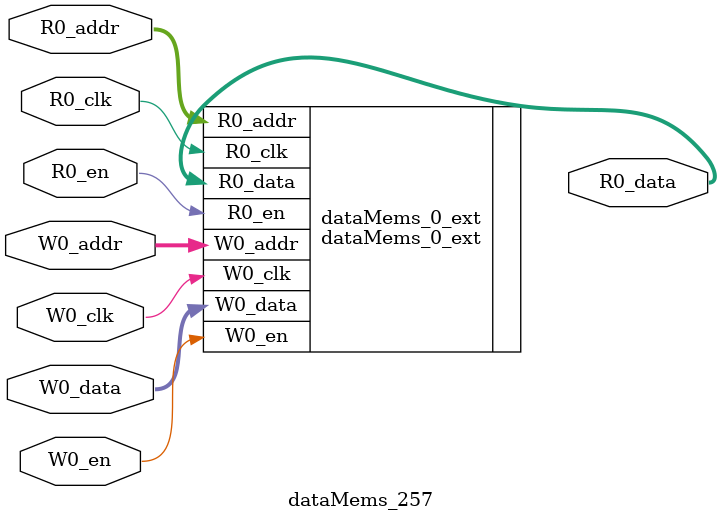
<source format=sv>
`ifndef RANDOMIZE
  `ifdef RANDOMIZE_REG_INIT
    `define RANDOMIZE
  `endif // RANDOMIZE_REG_INIT
`endif // not def RANDOMIZE
`ifndef RANDOMIZE
  `ifdef RANDOMIZE_MEM_INIT
    `define RANDOMIZE
  `endif // RANDOMIZE_MEM_INIT
`endif // not def RANDOMIZE

`ifndef RANDOM
  `define RANDOM $random
`endif // not def RANDOM

// Users can define 'PRINTF_COND' to add an extra gate to prints.
`ifndef PRINTF_COND_
  `ifdef PRINTF_COND
    `define PRINTF_COND_ (`PRINTF_COND)
  `else  // PRINTF_COND
    `define PRINTF_COND_ 1
  `endif // PRINTF_COND
`endif // not def PRINTF_COND_

// Users can define 'ASSERT_VERBOSE_COND' to add an extra gate to assert error printing.
`ifndef ASSERT_VERBOSE_COND_
  `ifdef ASSERT_VERBOSE_COND
    `define ASSERT_VERBOSE_COND_ (`ASSERT_VERBOSE_COND)
  `else  // ASSERT_VERBOSE_COND
    `define ASSERT_VERBOSE_COND_ 1
  `endif // ASSERT_VERBOSE_COND
`endif // not def ASSERT_VERBOSE_COND_

// Users can define 'STOP_COND' to add an extra gate to stop conditions.
`ifndef STOP_COND_
  `ifdef STOP_COND
    `define STOP_COND_ (`STOP_COND)
  `else  // STOP_COND
    `define STOP_COND_ 1
  `endif // STOP_COND
`endif // not def STOP_COND_

// Users can define INIT_RANDOM as general code that gets injected into the
// initializer block for modules with registers.
`ifndef INIT_RANDOM
  `define INIT_RANDOM
`endif // not def INIT_RANDOM

// If using random initialization, you can also define RANDOMIZE_DELAY to
// customize the delay used, otherwise 0.002 is used.
`ifndef RANDOMIZE_DELAY
  `define RANDOMIZE_DELAY 0.002
`endif // not def RANDOMIZE_DELAY

// Define INIT_RANDOM_PROLOG_ for use in our modules below.
`ifndef INIT_RANDOM_PROLOG_
  `ifdef RANDOMIZE
    `ifdef VERILATOR
      `define INIT_RANDOM_PROLOG_ `INIT_RANDOM
    `else  // VERILATOR
      `define INIT_RANDOM_PROLOG_ `INIT_RANDOM #`RANDOMIZE_DELAY begin end
    `endif // VERILATOR
  `else  // RANDOMIZE
    `define INIT_RANDOM_PROLOG_
  `endif // RANDOMIZE
`endif // not def INIT_RANDOM_PROLOG_

// Include register initializers in init blocks unless synthesis is set
`ifndef SYNTHESIS
  `ifndef ENABLE_INITIAL_REG_
    `define ENABLE_INITIAL_REG_
  `endif // not def ENABLE_INITIAL_REG_
`endif // not def SYNTHESIS

// Include rmemory initializers in init blocks unless synthesis is set
`ifndef SYNTHESIS
  `ifndef ENABLE_INITIAL_MEM_
    `define ENABLE_INITIAL_MEM_
  `endif // not def ENABLE_INITIAL_MEM_
`endif // not def SYNTHESIS

module dataMems_257(	// @[generators/ara/src/main/scala/UnsafeAXI4ToTL.scala:365:62]
  input  [4:0]  R0_addr,
  input         R0_en,
  input         R0_clk,
  output [66:0] R0_data,
  input  [4:0]  W0_addr,
  input         W0_en,
  input         W0_clk,
  input  [66:0] W0_data
);

  dataMems_0_ext dataMems_0_ext (	// @[generators/ara/src/main/scala/UnsafeAXI4ToTL.scala:365:62]
    .R0_addr (R0_addr),
    .R0_en   (R0_en),
    .R0_clk  (R0_clk),
    .R0_data (R0_data),
    .W0_addr (W0_addr),
    .W0_en   (W0_en),
    .W0_clk  (W0_clk),
    .W0_data (W0_data)
  );
endmodule


</source>
